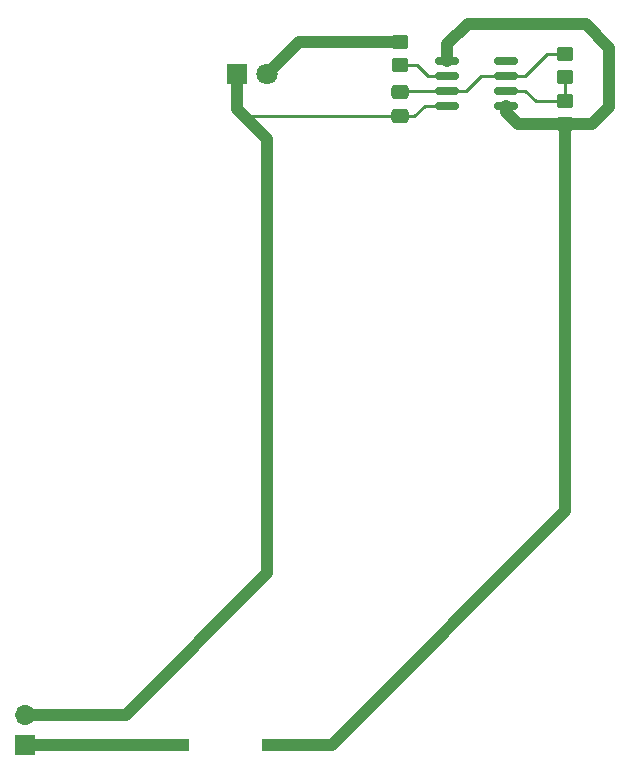
<source format=gbr>
%TF.GenerationSoftware,KiCad,Pcbnew,7.0.6*%
%TF.CreationDate,2023-08-15T16:24:19+02:00*%
%TF.ProjectId,PCB_Badge,5043425f-4261-4646-9765-2e6b69636164,rev?*%
%TF.SameCoordinates,Original*%
%TF.FileFunction,Copper,L2,Bot*%
%TF.FilePolarity,Positive*%
%FSLAX46Y46*%
G04 Gerber Fmt 4.6, Leading zero omitted, Abs format (unit mm)*
G04 Created by KiCad (PCBNEW 7.0.6) date 2023-08-15 16:24:19*
%MOMM*%
%LPD*%
G01*
G04 APERTURE LIST*
G04 Aperture macros list*
%AMRoundRect*
0 Rectangle with rounded corners*
0 $1 Rounding radius*
0 $2 $3 $4 $5 $6 $7 $8 $9 X,Y pos of 4 corners*
0 Add a 4 corners polygon primitive as box body*
4,1,4,$2,$3,$4,$5,$6,$7,$8,$9,$2,$3,0*
0 Add four circle primitives for the rounded corners*
1,1,$1+$1,$2,$3*
1,1,$1+$1,$4,$5*
1,1,$1+$1,$6,$7*
1,1,$1+$1,$8,$9*
0 Add four rect primitives between the rounded corners*
20,1,$1+$1,$2,$3,$4,$5,0*
20,1,$1+$1,$4,$5,$6,$7,0*
20,1,$1+$1,$6,$7,$8,$9,0*
20,1,$1+$1,$8,$9,$2,$3,0*%
G04 Aperture macros list end*
%TA.AperFunction,SMDPad,CuDef*%
%ADD10R,2.440000X1.120000*%
%TD*%
%TA.AperFunction,SMDPad,CuDef*%
%ADD11RoundRect,0.250000X-0.475000X0.337500X-0.475000X-0.337500X0.475000X-0.337500X0.475000X0.337500X0*%
%TD*%
%TA.AperFunction,SMDPad,CuDef*%
%ADD12RoundRect,0.150000X-0.825000X-0.150000X0.825000X-0.150000X0.825000X0.150000X-0.825000X0.150000X0*%
%TD*%
%TA.AperFunction,SMDPad,CuDef*%
%ADD13RoundRect,0.250000X-0.450000X0.350000X-0.450000X-0.350000X0.450000X-0.350000X0.450000X0.350000X0*%
%TD*%
%TA.AperFunction,SMDPad,CuDef*%
%ADD14RoundRect,0.250000X0.450000X-0.350000X0.450000X0.350000X-0.450000X0.350000X-0.450000X-0.350000X0*%
%TD*%
%TA.AperFunction,ComponentPad*%
%ADD15R,1.700000X1.700000*%
%TD*%
%TA.AperFunction,ComponentPad*%
%ADD16O,1.700000X1.700000*%
%TD*%
%TA.AperFunction,ComponentPad*%
%ADD17R,1.800000X1.800000*%
%TD*%
%TA.AperFunction,ComponentPad*%
%ADD18C,1.800000*%
%TD*%
%TA.AperFunction,Conductor*%
%ADD19C,1.000000*%
%TD*%
%TA.AperFunction,Conductor*%
%ADD20C,0.250000*%
%TD*%
G04 APERTURE END LIST*
D10*
%TO.P,SW1,1*%
%TO.N,Net-(J1-Pin_1)*%
X104695000Y-118500000D03*
%TO.P,SW1,2*%
%TO.N,+9V*%
X113305000Y-118500000D03*
%TD*%
D11*
%TO.P,C1,1*%
%TO.N,Net-(U1-THR)*%
X123750000Y-63250000D03*
%TO.P,C1,2*%
%TO.N,GND*%
X123750000Y-65325000D03*
%TD*%
D12*
%TO.P,U1,1,GND*%
%TO.N,GND*%
X127775000Y-64405000D03*
%TO.P,U1,2,TR*%
%TO.N,Net-(U1-THR)*%
X127775000Y-63135000D03*
%TO.P,U1,3,Q*%
%TO.N,Net-(U1-Q)*%
X127775000Y-61865000D03*
%TO.P,U1,4,R*%
%TO.N,+9V*%
X127775000Y-60595000D03*
%TO.P,U1,5,CV*%
%TO.N,unconnected-(U1-CV-Pad5)*%
X132725000Y-60595000D03*
%TO.P,U1,6,THR*%
%TO.N,Net-(U1-THR)*%
X132725000Y-61865000D03*
%TO.P,U1,7,DIS*%
%TO.N,Net-(U1-DIS)*%
X132725000Y-63135000D03*
%TO.P,U1,8,VCC*%
%TO.N,+9V*%
X132725000Y-64405000D03*
%TD*%
D13*
%TO.P,R3,1*%
%TO.N,Net-(D1-A)*%
X123750000Y-59000000D03*
%TO.P,R3,2*%
%TO.N,Net-(U1-Q)*%
X123750000Y-61000000D03*
%TD*%
D14*
%TO.P,R2,1*%
%TO.N,+9V*%
X137750000Y-66000000D03*
%TO.P,R2,2*%
%TO.N,Net-(U1-DIS)*%
X137750000Y-64000000D03*
%TD*%
D13*
%TO.P,R1,1*%
%TO.N,Net-(U1-THR)*%
X137750000Y-60000000D03*
%TO.P,R1,2*%
%TO.N,Net-(U1-DIS)*%
X137750000Y-62000000D03*
%TD*%
D15*
%TO.P,J1,1,Pin_1*%
%TO.N,Net-(J1-Pin_1)*%
X92025000Y-118500000D03*
D16*
%TO.P,J1,2,Pin_2*%
%TO.N,GND*%
X92025000Y-115960000D03*
%TD*%
D17*
%TO.P,D1,1,K*%
%TO.N,GND*%
X109960000Y-61750000D03*
D18*
%TO.P,D1,2,A*%
%TO.N,Net-(D1-A)*%
X112500000Y-61750000D03*
%TD*%
D19*
%TO.N,+9V*%
X113305000Y-118500000D02*
X118000000Y-118500000D01*
%TO.N,Net-(J1-Pin_1)*%
X92025000Y-118500000D02*
X104695000Y-118500000D01*
%TO.N,Net-(D1-A)*%
X115250000Y-59000000D02*
X123750000Y-59000000D01*
X112500000Y-61750000D02*
X115250000Y-59000000D01*
D20*
%TO.N,GND*%
X123750000Y-65325000D02*
X123675000Y-65250000D01*
X123675000Y-65250000D02*
X110500000Y-65250000D01*
X110575000Y-65325000D02*
X110500000Y-65250000D01*
X110500000Y-65250000D02*
X109960000Y-64710000D01*
D19*
X112500000Y-104000000D02*
X100540000Y-115960000D01*
X100540000Y-115960000D02*
X92025000Y-115960000D01*
X112500000Y-67250000D02*
X112500000Y-104000000D01*
X109960000Y-64710000D02*
X112500000Y-67250000D01*
X109960000Y-61750000D02*
X109960000Y-64710000D01*
%TO.N,+9V*%
X137750000Y-98750000D02*
X137750000Y-66000000D01*
X118000000Y-118500000D02*
X137750000Y-98750000D01*
X132725000Y-64975000D02*
X132725000Y-64405000D01*
X133750000Y-66000000D02*
X132725000Y-64975000D01*
X137750000Y-66000000D02*
X133750000Y-66000000D01*
X140000000Y-66000000D02*
X137750000Y-66000000D01*
X141500000Y-64500000D02*
X140000000Y-66000000D01*
X139500000Y-57500000D02*
X141500000Y-59500000D01*
X141500000Y-59500000D02*
X141500000Y-64500000D01*
X129500000Y-57500000D02*
X139500000Y-57500000D01*
X127775000Y-59225000D02*
X129500000Y-57500000D01*
X127775000Y-60595000D02*
X127775000Y-59225000D01*
D20*
%TO.N,Net-(U1-THR)*%
X123865000Y-63135000D02*
X123750000Y-63250000D01*
X127775000Y-63135000D02*
X123865000Y-63135000D01*
X124000000Y-63000000D02*
X123750000Y-63250000D01*
%TO.N,Net-(U1-DIS)*%
X134385000Y-63135000D02*
X135250000Y-64000000D01*
X135250000Y-64000000D02*
X137750000Y-64000000D01*
X132725000Y-63135000D02*
X134385000Y-63135000D01*
%TO.N,Net-(U1-THR)*%
X134385000Y-61865000D02*
X136250000Y-60000000D01*
X136250000Y-60000000D02*
X137750000Y-60000000D01*
X132725000Y-61865000D02*
X134385000Y-61865000D01*
X130635000Y-61865000D02*
X132725000Y-61865000D01*
X127775000Y-63135000D02*
X129365000Y-63135000D01*
X129365000Y-63135000D02*
X130635000Y-61865000D01*
%TO.N,Net-(U1-DIS)*%
X137750000Y-64000000D02*
X137750000Y-62000000D01*
%TO.N,GND*%
X125845000Y-64405000D02*
X127775000Y-64405000D01*
X124925000Y-65325000D02*
X125845000Y-64405000D01*
X123750000Y-65325000D02*
X124925000Y-65325000D01*
%TO.N,Net-(U1-Q)*%
X126115000Y-61865000D02*
X125250000Y-61000000D01*
X125250000Y-61000000D02*
X123750000Y-61000000D01*
X127775000Y-61865000D02*
X126115000Y-61865000D01*
%TD*%
M02*

</source>
